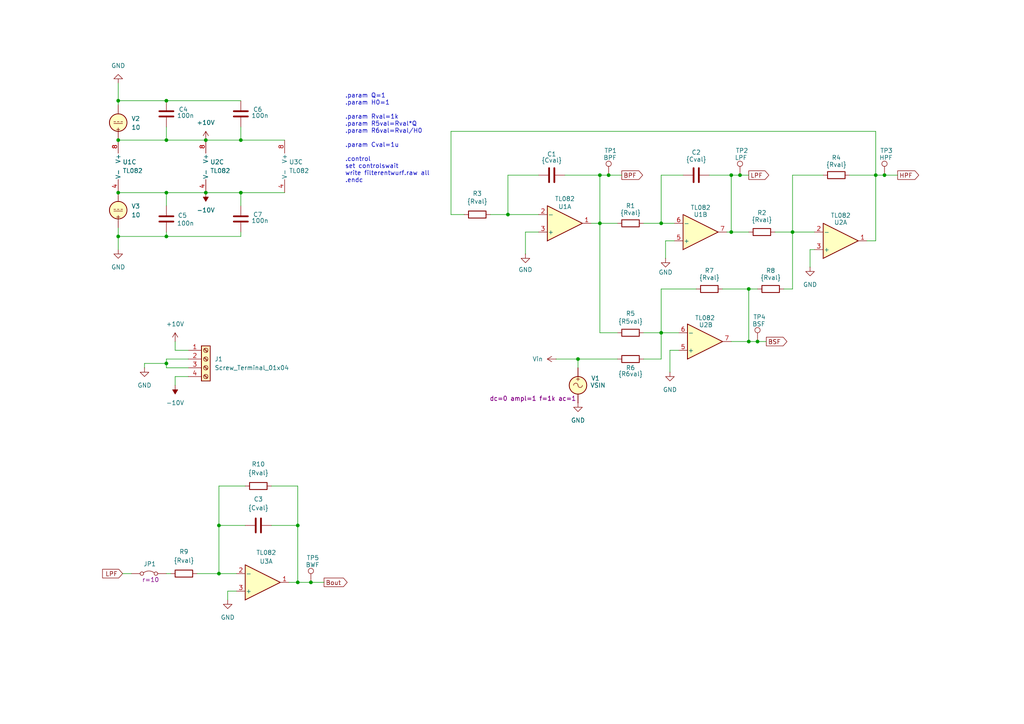
<source format=kicad_sch>
(kicad_sch (version 20250114) (generator "eeschema") (generator_version "9.0")
  (paper "A4")
  (lib_symbols
    (symbol "Amplifier_Operational:TL082" (pin_names (offset 0.127))
      (property "Reference" "U" (at 0 5.08 0))
      (property "Value" "TL082" (at 0 -5.08 0))
      (symbol "TL082_1_1"
        (polyline (pts (xy -5.08 5.08) (xy 5.08 0) (xy -5.08 -5.08) (xy -5.08 5.08)) (stroke (width 0.254)) (fill (type background)))
        (pin input line (at -7.62 2.54 0) (length 2.54) (name "+") (number "3"))
        (pin input line (at -7.62 -2.54 0) (length 2.54) (name "-") (number "2"))
        (pin output line (at 7.62 0 180) (length 2.54) (name "~") (number "1"))
      )
      (symbol "TL082_2_1"
        (polyline (pts (xy -5.08 5.08) (xy 5.08 0) (xy -5.08 -5.08) (xy -5.08 5.08)) (stroke (width 0.254)) (fill (type background)))
        (pin input line (at -7.62 2.54 0) (length 2.54) (name "+") (number "5"))
        (pin input line (at -7.62 -2.54 0) (length 2.54) (name "-") (number "6"))
        (pin output line (at 7.62 0 180) (length 2.54) (name "~") (number "7"))
      )
      (symbol "TL082_3_1"
        (pin power_in line (at -2.54 7.62 270) (length 3.81) (name "V+") (number "8"))
        (pin power_in line (at -2.54 -7.62 90) (length 3.81) (name "V-") (number "4"))
      )
    )
    (symbol "Connector:Screw_Terminal_01x04" (pin_names (offset 1.016) (hide yes))
      (property "Reference" "J" (at 0 5.08 0))
      (property "Value" "Screw_Terminal_01x04" (at 0 -7.62 0))
      (symbol "Screw_Terminal_01x04_1_1"
        (rectangle (start -1.27 3.81) (end 1.27 -6.35) (stroke (width 0.254)) (fill (type background)))
        (polyline (pts (xy -0.5334 2.8702) (xy 0.3302 2.032)) (stroke (width 0.1524)))
        (polyline (pts (xy -0.5334 0.3302) (xy 0.3302 -0.508)) (stroke (width 0.1524)))
        (polyline (pts (xy -0.5334 -2.2098) (xy 0.3302 -3.048)) (stroke (width 0.1524)))
        (polyline (pts (xy -0.5334 -4.7498) (xy 0.3302 -5.588)) (stroke (width 0.1524)))
        (polyline (pts (xy -0.3556 3.048) (xy 0.508 2.2098)) (stroke (width 0.1524)))
        (polyline (pts (xy -0.3556 0.508) (xy 0.508 -0.3302)) (stroke (width 0.1524)))
        (polyline (pts (xy -0.3556 -2.032) (xy 0.508 -2.8702)) (stroke (width 0.1524)))
        (polyline (pts (xy -0.3556 -4.572) (xy 0.508 -5.4102)) (stroke (width 0.1524)))
        (circle (center 0 2.54) (radius 0.635) (stroke (width 0.1524)))
        (circle (center 0 0) (radius 0.635) (stroke (width 0.1524)))
        (circle (center 0 -2.54) (radius 0.635) (stroke (width 0.1524)))
        (circle (center 0 -5.08) (radius 0.635) (stroke (width 0.1524)))
        (pin passive line (at -5.08 2.54 0) (length 3.81) (name "Pin_1") (number "1"))
        (pin passive line (at -5.08 0 0) (length 3.81) (name "Pin_2") (number "2"))
        (pin passive line (at -5.08 -2.54 0) (length 3.81) (name "Pin_3") (number "3"))
        (pin passive line (at -5.08 -5.08 0) (length 3.81) (name "Pin_4") (number "4"))
      )
    )
    (symbol "Connector:TestPoint" (pin_numbers (hide yes)) (pin_names (offset 0.762) (hide yes))
      (property "Reference" "TP" (at 0 6.858 0))
      (property "Value" "TestPoint" (at 0 5.08 0))
      (symbol "TestPoint_0_1"
        (circle (center 0 3.302) (radius 0.762))
      )
      (symbol "TestPoint_1_1"
        (pin passive line (at 0 0 90) (length 2.54) (name "1") (number "1"))
      )
    )
    (symbol "Device:C" (pin_numbers (hide yes)) (pin_names (offset 0.254))
      (property "Reference" "C" (at 0.635 2.54 0))
      (property "Value" "C" (at 0.635 -2.54 0))
      (symbol "C_0_1"
        (polyline (pts (xy -2.032 0.762) (xy 2.032 0.762)) (stroke (width 0.508)))
        (polyline (pts (xy -2.032 -0.762) (xy 2.032 -0.762)) (stroke (width 0.508)))
      )
      (symbol "C_1_1"
        (pin passive line (at 0 3.81 270) (length 2.794) (name "~") (number "1"))
        (pin passive line (at 0 -3.81 90) (length 2.794) (name "~") (number "2"))
      )
    )
    (symbol "Device:R" (pin_numbers (hide yes)) (pin_names (offset 0))
      (property "Reference" "R" (at 2.032 0 90))
      (property "Value" "R" (at 0 0 90))
      (symbol "R_0_1"
        (rectangle (start -1.016 -2.54) (end 1.016 2.54) (stroke (width 0.254)))
      )
      (symbol "R_1_1"
        (pin passive line (at 0 3.81 270) (length 1.27) (name "~") (number "1"))
        (pin passive line (at 0 -3.81 90) (length 1.27) (name "~") (number "2"))
      )
    )
    (symbol "Jumper:Jumper_2_Bridged" (pin_numbers (hide yes)) (pin_names (offset 0) (hide yes))
      (property "Reference" "JP" (at 0 1.905 0))
      (property "Value" "Jumper_2_Bridged" (at 0 -2.54 0))
      (symbol "Jumper_2_Bridged_0_0"
        (circle (center -2.032 0) (radius 0.508))
        (circle (center 2.032 0) (radius 0.508))
      )
      (symbol "Jumper_2_Bridged_0_1"
        (arc (start -1.524 0.254) (mid 0 0.762) (end 1.524 0.254))
      )
      (symbol "Jumper_2_Bridged_1_1"
        (pin passive line (at -5.08 0 0) (length 2.54) (name "A") (number "1"))
        (pin passive line (at 5.08 0 180) (length 2.54) (name "B") (number "2"))
      )
    )
    (symbol "Simulation_SPICE:VDC" (pin_numbers (hide yes)) (pin_names (offset 0.0254))
      (property "Reference" "V" (at 2.54 2.54 0))
      (property "Value" "1" (at 2.54 0 0))
      (symbol "VDC_0_0"
        (polyline (pts (xy -1.27 0.254) (xy 1.27 0.254)))
        (polyline (pts (xy -0.762 -0.254) (xy -1.27 -0.254)))
        (polyline (pts (xy 0.254 -0.254) (xy -0.254 -0.254)))
        (polyline (pts (xy 1.27 -0.254) (xy 0.762 -0.254)))
        (text "+" (at 0 1.905 0) (effects (font (size 1.27 1.27))))
      )
      (symbol "VDC_0_1"
        (circle (center 0 0) (radius 2.54) (stroke (width 0.254)) (fill (type background)))
      )
      (symbol "VDC_1_1"
        (pin passive line (at 0 5.08 270) (length 2.54) (name "~") (number "1"))
        (pin passive line (at 0 -5.08 90) (length 2.54) (name "~") (number "2"))
      )
    )
    (symbol "Simulation_SPICE:VSIN" (pin_numbers (hide yes)) (pin_names (offset 0.0254))
      (property "Reference" "V" (at 2.54 2.54 0))
      (property "Value" "VSIN" (at 2.54 0 0))
      (property "Sim.Params" "dc=0 ampl=1 f=1k ac=1" (at 2.54 -2.54 0))
      (symbol "VSIN_0_0"
        (arc (start -1.27 0) (mid -0.635 0.6323) (end 0 0))
        (arc (start 1.27 0) (mid 0.635 -0.6323) (end 0 0))
        (text "+" (at 0 1.905 0) (effects (font (size 1.27 1.27))))
      )
      (symbol "VSIN_0_1"
        (circle (center 0 0) (radius 2.54) (stroke (width 0.254)) (fill (type background)))
      )
      (symbol "VSIN_1_1"
        (pin passive line (at 0 5.08 270) (length 2.54) (name "~") (number "1"))
        (pin passive line (at 0 -5.08 90) (length 2.54) (name "~") (number "2"))
      )
    )
    (symbol "power:+10V" (power) (pin_numbers (hide yes)) (pin_names (offset 0) (hide yes))
      (property "Value" "+10V" (at 0 3.556 0))
      (symbol "+10V_0_1"
        (polyline (pts (xy -0.762 1.27) (xy 0 2.54)))
        (polyline (pts (xy 0 2.54) (xy 0.762 1.27)))
        (polyline (pts (xy 0 0) (xy 0 2.54)))
      )
      (symbol "+10V_1_1"
        (pin power_in line (at 0 0 90) (length 0) (name "~") (number "1"))
      )
    )
    (symbol "power:-10V" (power) (pin_numbers (hide yes)) (pin_names (offset 0) (hide yes))
      (property "Value" "-10V" (at 0 3.556 0))
      (symbol "-10V_0_0"
        (pin power_in line (at 0 0 90) (length 0) (name "~") (number "1"))
      )
      (symbol "-10V_0_1"
        (polyline (pts (xy 0 0) (xy 0 1.27) (xy 0.762 1.27) (xy 0 2.54) (xy -0.762 1.27) (xy 0 1.27)) (fill (type outline)))
      )
    )
    (symbol "power:GND" (power) (pin_numbers (hide yes)) (pin_names (offset 0) (hide yes))
      (property "Value" "GND" (at 0 -3.81 0))
      (symbol "GND_0_1"
        (polyline (pts (xy 0 0) (xy 0 -1.27) (xy 1.27 -1.27) (xy 0 -2.54) (xy -1.27 -1.27) (xy 0 -1.27)))
      )
      (symbol "GND_1_1"
        (pin power_in line (at 0 0 270) (length 0) (name "~") (number "1"))
      )
    )
    (symbol "power:VAA" (power) (pin_numbers (hide yes)) (pin_names (offset 0) (hide yes))
      (property "Value" "VAA" (at 0 3.556 0))
      (symbol "VAA_0_1"
        (polyline (pts (xy -0.762 1.27) (xy 0 2.54)))
        (polyline (pts (xy 0 2.54) (xy 0.762 1.27)))
        (polyline (pts (xy 0 0) (xy 0 2.54)))
      )
      (symbol "VAA_1_1"
        (pin power_in line (at 0 0 90) (length 0) (name "~") (number "1"))
      )
    )
  )
  (text ".param Q=1\n.param H0=1\n\n.param Rval=1k\n.param R5val=Rval*Q\n.param R6val=Rval/H0\n\n.param Cval=1u\n\n.control \nset controlswait\nwrite filterentwurf.raw all\n.endc" (at 100.076 40.132 0) (effects (font (size 1.27 1.27)) (justify left)))
  (junction (at 212.09 50.8))
  (junction (at 48.26 29.21))
  (junction (at 173.99 50.8))
  (junction (at 147.32 62.23))
  (junction (at 229.87 67.31))
  (junction (at 34.29 68.58))
  (junction (at 59.69 40.64))
  (junction (at 48.26 68.58))
  (junction (at 191.77 96.52))
  (junction (at 63.5 166.37))
  (junction (at 167.64 104.14))
  (junction (at 212.09 67.31))
  (junction (at 86.36 168.91))
  (junction (at 217.17 99.06))
  (junction (at 173.99 64.77))
  (junction (at 256.54 50.8))
  (junction (at 90.17 168.91))
  (junction (at 48.26 40.64))
  (junction (at 34.29 55.88))
  (junction (at 59.69 55.88))
  (junction (at 48.26 105.41))
  (junction (at 219.71 99.06))
  (junction (at 217.17 83.82))
  (junction (at 191.77 64.77))
  (junction (at 176.53 50.8))
  (junction (at 254 50.8))
  (junction (at 34.29 29.21))
  (junction (at 63.5 152.4))
  (junction (at 34.29 40.64))
  (junction (at 69.85 40.64))
  (junction (at 69.85 55.88))
  (junction (at 214.63 50.8))
  (junction (at 86.36 152.4))
  (junction (at 48.26 55.88))
  (wire (pts (xy 173.99 64.77) (xy 179.07 64.77)))
  (wire (pts (xy 191.77 96.52) (xy 191.77 104.14)))
  (wire (pts (xy 196.85 101.6) (xy 194.31 101.6)))
  (wire (pts (xy 59.69 55.88) (xy 69.85 55.88)))
  (wire (pts (xy 227.33 83.82) (xy 229.87 83.82)))
  (wire (pts (xy 186.69 96.52) (xy 191.77 96.52)))
  (wire (pts (xy 86.36 152.4) (xy 86.36 168.91)))
  (wire (pts (xy 254 69.85) (xy 251.46 69.85)))
  (wire (pts (xy 163.83 50.8) (xy 173.99 50.8)))
  (wire (pts (xy 69.85 67.31) (xy 69.85 68.58)))
  (wire (pts (xy 212.09 67.31) (xy 210.82 67.31)))
  (wire (pts (xy 48.26 105.41) (xy 48.26 104.14)))
  (wire (pts (xy 260.35 50.8) (xy 256.54 50.8)))
  (wire (pts (xy 48.26 68.58) (xy 69.85 68.58)))
  (wire (pts (xy 214.63 50.8) (xy 217.17 50.8)))
  (wire (pts (xy 212.09 99.06) (xy 217.17 99.06)))
  (wire (pts (xy 57.15 166.37) (xy 63.5 166.37)))
  (wire (pts (xy 217.17 99.06) (xy 217.17 83.82)))
  (wire (pts (xy 63.5 152.4) (xy 71.12 152.4)))
  (wire (pts (xy 34.29 29.21) (xy 34.29 30.48)))
  (wire (pts (xy 69.85 55.88) (xy 82.55 55.88)))
  (wire (pts (xy 212.09 50.8) (xy 212.09 67.31)))
  (wire (pts (xy 50.8 101.6) (xy 54.61 101.6)))
  (wire (pts (xy 134.62 62.23) (xy 130.81 62.23)))
  (wire (pts (xy 34.29 24.13) (xy 34.29 29.21)))
  (wire (pts (xy 48.26 104.14) (xy 54.61 104.14)))
  (wire (pts (xy 71.12 140.97) (xy 63.5 140.97)))
  (wire (pts (xy 63.5 166.37) (xy 68.58 166.37)))
  (wire (pts (xy 191.77 83.82) (xy 201.93 83.82)))
  (wire (pts (xy 48.26 106.68) (xy 48.26 105.41)))
  (wire (pts (xy 34.29 72.39) (xy 34.29 68.58)))
  (wire (pts (xy 48.26 55.88) (xy 59.69 55.88)))
  (wire (pts (xy 48.26 40.64) (xy 59.69 40.64)))
  (wire (pts (xy 147.32 50.8) (xy 156.21 50.8)))
  (wire (pts (xy 224.79 67.31) (xy 229.87 67.31)))
  (wire (pts (xy 48.26 36.83) (xy 48.26 40.64)))
  (wire (pts (xy 69.85 40.64) (xy 82.55 40.64)))
  (wire (pts (xy 34.29 55.88) (xy 48.26 55.88)))
  (wire (pts (xy 186.69 104.14) (xy 191.77 104.14)))
  (wire (pts (xy 66.04 171.45) (xy 68.58 171.45)))
  (wire (pts (xy 59.69 40.64) (xy 69.85 40.64)))
  (wire (pts (xy 142.24 62.23) (xy 147.32 62.23)))
  (wire (pts (xy 209.55 83.82) (xy 217.17 83.82)))
  (wire (pts (xy 195.58 69.85) (xy 193.04 69.85)))
  (wire (pts (xy 173.99 50.8) (xy 173.99 64.77)))
  (wire (pts (xy 78.74 140.97) (xy 86.36 140.97)))
  (wire (pts (xy 194.31 101.6) (xy 194.31 107.95)))
  (wire (pts (xy 191.77 96.52) (xy 196.85 96.52)))
  (wire (pts (xy 219.71 99.06) (xy 222.25 99.06)))
  (wire (pts (xy 63.5 140.97) (xy 63.5 152.4)))
  (wire (pts (xy 48.26 68.58) (xy 48.26 67.31)))
  (wire (pts (xy 173.99 64.77) (xy 171.45 64.77)))
  (wire (pts (xy 167.64 104.14) (xy 179.07 104.14)))
  (wire (pts (xy 161.29 104.14) (xy 167.64 104.14)))
  (wire (pts (xy 229.87 67.31) (xy 229.87 50.8)))
  (wire (pts (xy 54.61 106.68) (xy 48.26 106.68)))
  (wire (pts (xy 254 50.8) (xy 254 69.85)))
  (wire (pts (xy 48.26 55.88) (xy 48.26 59.69)))
  (wire (pts (xy 78.74 152.4) (xy 86.36 152.4)))
  (wire (pts (xy 48.26 105.41) (xy 41.91 105.41)))
  (wire (pts (xy 205.74 50.8) (xy 212.09 50.8)))
  (wire (pts (xy 167.64 104.14) (xy 167.64 106.68)))
  (wire (pts (xy 191.77 64.77) (xy 195.58 64.77)))
  (wire (pts (xy 66.04 173.99) (xy 66.04 171.45)))
  (wire (pts (xy 173.99 50.8) (xy 176.53 50.8)))
  (wire (pts (xy 173.99 96.52) (xy 179.07 96.52)))
  (wire (pts (xy 236.22 72.39) (xy 234.95 72.39)))
  (wire (pts (xy 229.87 50.8) (xy 238.76 50.8)))
  (wire (pts (xy 41.91 105.41) (xy 41.91 106.68)))
  (wire (pts (xy 217.17 99.06) (xy 219.71 99.06)))
  (wire (pts (xy 69.85 36.83) (xy 69.85 40.64)))
  (wire (pts (xy 234.95 72.39) (xy 234.95 77.47)))
  (wire (pts (xy 130.81 38.1) (xy 254 38.1)))
  (wire (pts (xy 48.26 29.21) (xy 69.85 29.21)))
  (wire (pts (xy 34.29 40.64) (xy 48.26 40.64)))
  (wire (pts (xy 63.5 166.37) (xy 63.5 152.4)))
  (wire (pts (xy 48.26 166.37) (xy 49.53 166.37)))
  (wire (pts (xy 217.17 83.82) (xy 219.71 83.82)))
  (wire (pts (xy 34.29 68.58) (xy 34.29 66.04)))
  (wire (pts (xy 35.56 166.37) (xy 38.1 166.37)))
  (wire (pts (xy 256.54 50.8) (xy 254 50.8)))
  (wire (pts (xy 193.04 69.85) (xy 193.04 74.93)))
  (wire (pts (xy 212.09 67.31) (xy 217.17 67.31)))
  (wire (pts (xy 152.4 67.31) (xy 156.21 67.31)))
  (wire (pts (xy 212.09 50.8) (xy 214.63 50.8)))
  (wire (pts (xy 50.8 111.76) (xy 50.8 109.22)))
  (wire (pts (xy 191.77 96.52) (xy 191.77 83.82)))
  (wire (pts (xy 147.32 62.23) (xy 147.32 50.8)))
  (wire (pts (xy 152.4 73.66) (xy 152.4 67.31)))
  (wire (pts (xy 176.53 50.8) (xy 180.34 50.8)))
  (wire (pts (xy 229.87 67.31) (xy 236.22 67.31)))
  (wire (pts (xy 34.29 68.58) (xy 48.26 68.58)))
  (wire (pts (xy 50.8 109.22) (xy 54.61 109.22)))
  (wire (pts (xy 229.87 83.82) (xy 229.87 67.31)))
  (wire (pts (xy 34.29 29.21) (xy 48.26 29.21)))
  (wire (pts (xy 50.8 99.06) (xy 50.8 101.6)))
  (wire (pts (xy 130.81 62.23) (xy 130.81 38.1)))
  (wire (pts (xy 254 38.1) (xy 254 50.8)))
  (wire (pts (xy 191.77 64.77) (xy 191.77 50.8)))
  (wire (pts (xy 246.38 50.8) (xy 254 50.8)))
  (wire (pts (xy 173.99 64.77) (xy 173.99 96.52)))
  (wire (pts (xy 191.77 50.8) (xy 198.12 50.8)))
  (wire (pts (xy 156.21 62.23) (xy 147.32 62.23)))
  (wire (pts (xy 69.85 55.88) (xy 69.85 59.69)))
  (wire (pts (xy 86.36 140.97) (xy 86.36 152.4)))
  (wire (pts (xy 86.36 168.91) (xy 90.17 168.91)))
  (wire (pts (xy 186.69 64.77) (xy 191.77 64.77)))
  (wire (pts (xy 90.17 168.91) (xy 93.98 168.91)))
  (wire (pts (xy 86.36 168.91) (xy 83.82 168.91)))
  (global_label "Bout" (shape output) (at 93.98 168.91 0) (property "Intersheetrefs" "${INTERSHEET_REFS}" (effects (hide yes))))
  (global_label "BPF" (shape output) (at 180.34 50.8 0) (property "Intersheetrefs" "${INTERSHEET_REFS}" (effects (hide yes))))
  (global_label "LPF" (shape input) (at 35.56 166.37 180) (property "Intersheetrefs" "${INTERSHEET_REFS}" (effects (hide yes))))
  (global_label "BSF" (shape output) (at 222.25 99.06 0) (property "Intersheetrefs" "${INTERSHEET_REFS}" (effects (hide yes))))
  (global_label "HPF" (shape output) (at 260.35 50.8 0) (property "Intersheetrefs" "${INTERSHEET_REFS}" (effects (hide yes))))
  (global_label "LPF" (shape output) (at 217.17 50.8 0) (property "Intersheetrefs" "${INTERSHEET_REFS}" (effects (hide yes))))
  (symbol (lib_id "Device:C") (at 160.02 50.8 90) (unit 1)
    (property "Reference" "C1" (at 160.02 44.704 90))
    (property "Value" "{Cval}" (at 160.02 46.482 90))
    (property "Footprint" "Capacitor_THT:C_Disc_D5.0mm_W2.5mm_P5.00mm" (effects (hide yes)))
    (property "Description" "Unpolarized capacitor" (effects (hide yes)))
  )
  (symbol (lib_id "Connector:TestPoint") (at 214.63 50.8 0) (unit 1) (exclude_from_sim yes)
    (property "Reference" "TP2" (at 213.36 43.688 0) (effects (justify left)))
    (property "Value" "LPF" (at 213.106 45.72 0) (effects (justify left)))
    (property "Footprint" "000_Often_Used_Footprints:TestPoint" (effects (hide yes)))
    (property "Description" "test point" (effects (hide yes)))
  )
  (symbol (lib_id "Connector:TestPoint") (at 219.71 99.06 0) (unit 1) (exclude_from_sim yes)
    (property "Reference" "TP4" (at 218.44 91.948 0) (effects (justify left)))
    (property "Value" "BSF" (at 218.186 93.98 0) (effects (justify left)))
    (property "Footprint" "000_Often_Used_Footprints:TestPoint" (effects (hide yes)))
    (property "Description" "test point" (effects (hide yes)))
  )
  (symbol (lib_id "Device:C") (at 48.26 63.5 0) (unit 1)
    (property "Reference" "C5" (at 51.562 62.484 0) (effects (justify left)))
    (property "Value" "100n" (at 51.308 64.77 0) (effects (justify left)))
    (property "Footprint" "Capacitor_THT:C_Disc_D5.0mm_W2.5mm_P5.00mm" (effects (hide yes)))
    (property "Description" "Unpolarized capacitor" (effects (hide yes)))
  )
  (symbol (lib_id "power:+10V") (at 50.8 99.06 0) (unit 1)
    (property "Reference" "#PWR011" (effects (hide yes)))
    (property "Value" "+10V" (at 50.8 93.98 0))
    (property "Description" "Power symbol creates a global label with name \"+10V\"" (effects (hide yes)))
  )
  (symbol (lib_id "power:GND") (at 167.64 116.84 0) (unit 1)
    (property "Reference" "#PWR09" (effects (hide yes)))
    (property "Value" "GND" (at 167.64 121.92 0))
    (property "Description" "Power symbol creates a global label with name \"GND\" , ground" (effects (hide yes)))
  )
  (symbol (lib_id "power:GND") (at 194.31 107.95 0) (unit 1)
    (property "Reference" "#PWR04" (effects (hide yes)))
    (property "Value" "GND" (at 194.31 113.03 0))
    (property "Description" "Power symbol creates a global label with name \"GND\" , ground" (effects (hide yes)))
  )
  (symbol (lib_id "Device:R") (at 53.34 166.37 90) (unit 1)
    (property "Reference" "R9" (at 53.34 160.02 90))
    (property "Value" "{Rval}" (at 53.34 162.56 90))
    (property "Footprint" "Resistor_THT:R_Axial_DIN0309_L9.0mm_D3.2mm_P12.70mm_Horizontal" (effects (hide yes)))
    (property "Description" "Resistor" (effects (hide yes)))
  )
  (symbol (lib_id "Device:R") (at 182.88 64.77 90) (unit 1)
    (property "Reference" "R1" (at 182.88 59.69 90))
    (property "Value" "{Rval}" (at 182.88 61.722 90))
    (property "Footprint" "Resistor_THT:R_Axial_DIN0309_L9.0mm_D3.2mm_P12.70mm_Horizontal" (effects (hide yes)))
    (property "Description" "Resistor" (effects (hide yes)))
  )
  (symbol (lib_id "power:+10V") (at 59.69 40.64 0) (unit 1)
    (property "Reference" "#PWR08" (effects (hide yes)))
    (property "Value" "+10V" (at 59.69 35.56 0))
    (property "Description" "Power symbol creates a global label with name \"+10V\"" (effects (hide yes)))
  )
  (symbol (lib_id "power:-10V") (at 59.69 55.88 180) (unit 1)
    (property "Reference" "#PWR07" (effects (hide yes)))
    (property "Value" "-10V" (at 59.69 60.96 0))
    (property "Description" "Power symbol creates a global label with name \"-10V\"" (effects (hide yes)))
  )
  (symbol (lib_id "Device:R") (at 182.88 96.52 90) (unit 1)
    (property "Reference" "R5" (at 182.88 90.932 90))
    (property "Value" "{R5val}" (at 182.88 93.218 90))
    (property "Footprint" "Resistor_THT:R_Axial_DIN0309_L9.0mm_D3.2mm_P12.70mm_Horizontal" (effects (hide yes)))
    (property "Description" "Resistor" (effects (hide yes)))
  )
  (symbol (lib_id "Device:R") (at 74.93 140.97 90) (unit 1)
    (property "Reference" "R10" (at 74.93 134.62 90))
    (property "Value" "{Rval}" (at 74.93 137.16 90))
    (property "Footprint" "Resistor_THT:R_Axial_DIN0309_L9.0mm_D3.2mm_P12.70mm_Horizontal" (effects (hide yes)))
    (property "Description" "Resistor" (effects (hide yes)))
  )
  (symbol (lib_id "power:GND") (at 34.29 24.13 180) (unit 1)
    (property "Reference" "#PWR06" (effects (hide yes)))
    (property "Value" "GND" (at 34.29 19.05 0))
    (property "Description" "Power symbol creates a global label with name \"GND\" , ground" (effects (hide yes)))
  )
  (symbol (lib_id "power:GND") (at 152.4 73.66 0) (unit 1)
    (property "Reference" "#PWR01" (effects (hide yes)))
    (property "Value" "GND" (at 152.4 78.232 0))
    (property "Description" "Power symbol creates a global label with name \"GND\" , ground" (effects (hide yes)))
  )
  (symbol (lib_id "Device:R") (at 138.43 62.23 90) (unit 1)
    (property "Reference" "R3" (at 138.43 56.134 90))
    (property "Value" "{Rval}" (at 138.43 58.42 90))
    (property "Footprint" "Resistor_THT:R_Axial_DIN0309_L9.0mm_D3.2mm_P12.70mm_Horizontal" (effects (hide yes)))
    (property "Description" "Resistor" (effects (hide yes)))
  )
  (symbol (lib_id "Device:R") (at 205.74 83.82 90) (unit 1)
    (property "Reference" "R7" (at 205.74 78.486 90))
    (property "Value" "{Rval}" (at 205.74 80.518 90))
    (property "Footprint" "Resistor_THT:R_Axial_DIN0309_L9.0mm_D3.2mm_P12.70mm_Horizontal" (effects (hide yes)))
    (property "Description" "Resistor" (effects (hide yes)))
  )
  (symbol (lib_id "Amplifier_Operational:TL082") (at 62.23 48.26 0) (unit 3)
    (property "Reference" "U2" (at 60.96 46.9899 0) (effects (justify left)))
    (property "Value" "TL082" (at 60.96 49.5299 0) (effects (justify left)))
    (property "Footprint" "Package_DIP:CERDIP-8_W7.62mm_SideBrazed" (effects (hide yes)))
    (property "Datasheet" "http://www.ti.com/lit/ds/symlink/tl081.pdf" (effects (hide yes)))
    (property "Description" "Dual JFET-Input Operational Amplifiers, DIP-8/SOIC-8/SSOP-8" (effects (hide yes)))
    (property "Sim.Library" "TL082-dual.lib" (effects (hide yes)))
    (property "Sim.Name" "TL082-dual" (effects (hide yes)))
    (property "Sim.Device" "SUBCKT" (effects (hide yes)))
    (property "Sim.Pins" "1=1out 2=1in- 3=1in+ 4=vcc- 5=2in+ 6=2in- 7=2out 8=vcc+" (effects (hide yes)))
  )
  (symbol (lib_id "Device:R") (at 220.98 67.31 90) (unit 1)
    (property "Reference" "R2" (at 220.98 61.722 90))
    (property "Value" "{Rval}" (at 220.98 63.754 90))
    (property "Footprint" "Resistor_THT:R_Axial_DIN0309_L9.0mm_D3.2mm_P12.70mm_Horizontal" (effects (hide yes)))
    (property "Description" "Resistor" (effects (hide yes)))
  )
  (symbol (lib_id "Device:C") (at 69.85 33.02 0) (unit 1)
    (property "Reference" "C6" (at 73.406 31.75 0) (effects (justify left)))
    (property "Value" "100n" (at 72.898 33.528 0) (effects (justify left)))
    (property "Footprint" "Capacitor_THT:C_Disc_D5.0mm_W2.5mm_P5.00mm" (effects (hide yes)))
    (property "Description" "Unpolarized capacitor" (effects (hide yes)))
  )
  (symbol (lib_id "Amplifier_Operational:TL082") (at 163.83 64.77 0) (mirror x) (unit 1)
    (property "Reference" "U1" (at 163.83 59.944 0))
    (property "Value" "TL082" (at 163.83 57.658 0))
    (property "Footprint" "Package_DIP:CERDIP-8_W7.62mm_SideBrazed" (effects (hide yes)))
    (property "Datasheet" "http://www.ti.com/lit/ds/symlink/tl081.pdf" (effects (hide yes)))
    (property "Description" "Dual JFET-Input Operational Amplifiers, DIP-8/SOIC-8/SSOP-8" (effects (hide yes)))
    (property "Sim.Library" "TL082-dual.lib" (effects (hide yes)))
    (property "Sim.Name" "TL082-dual" (effects (hide yes)))
    (property "Sim.Device" "SUBCKT" (effects (hide yes)))
    (property "Sim.Pins" "1=1out 2=1in- 3=1in+ 4=vcc- 5=2in+ 6=2in- 7=2out 8=vcc+" (effects (hide yes)))
  )
  (symbol (lib_id "power:GND") (at 34.29 72.39 0) (unit 1)
    (property "Reference" "#PWR05" (effects (hide yes)))
    (property "Value" "GND" (at 34.29 77.47 0))
    (property "Description" "Power symbol creates a global label with name \"GND\" , ground" (effects (hide yes)))
  )
  (symbol (lib_id "Connector:TestPoint") (at 256.54 50.8 0) (unit 1) (exclude_from_sim yes)
    (property "Reference" "TP3" (at 255.27 43.688 0) (effects (justify left)))
    (property "Value" "HPF" (at 255.016 45.72 0) (effects (justify left)))
    (property "Footprint" "000_Often_Used_Footprints:TestPoint" (effects (hide yes)))
    (property "Description" "test point" (effects (hide yes)))
  )
  (symbol (lib_id "power:GND") (at 234.95 77.47 0) (unit 1)
    (property "Reference" "#PWR03" (effects (hide yes)))
    (property "Value" "GND" (at 234.95 82.55 0))
    (property "Description" "Power symbol creates a global label with name \"GND\" , ground" (effects (hide yes)))
  )
  (symbol (lib_id "Amplifier_Operational:TL082") (at 243.84 69.85 0) (mirror x) (unit 1)
    (property "Reference" "U2" (at 243.84 64.516 0))
    (property "Value" "TL082" (at 243.84 62.484 0))
    (property "Footprint" "Package_DIP:CERDIP-8_W7.62mm_SideBrazed" (effects (hide yes)))
    (property "Datasheet" "http://www.ti.com/lit/ds/symlink/tl081.pdf" (effects (hide yes)))
    (property "Description" "Dual JFET-Input Operational Amplifiers, DIP-8/SOIC-8/SSOP-8" (effects (hide yes)))
    (property "Sim.Library" "TL082-dual.lib" (effects (hide yes)))
    (property "Sim.Name" "TL082-dual" (effects (hide yes)))
    (property "Sim.Device" "SUBCKT" (effects (hide yes)))
    (property "Sim.Pins" "1=1out 2=1in- 3=1in+ 4=vcc- 5=2in+ 6=2in- 7=2out 8=vcc+" (effects (hide yes)))
  )
  (symbol (lib_id "power:GND") (at 66.04 173.99 0) (unit 1)
    (property "Reference" "#PWR014" (effects (hide yes)))
    (property "Value" "GND" (at 66.04 179.07 0))
    (property "Description" "Power symbol creates a global label with name \"GND\" , ground" (effects (hide yes)))
  )
  (symbol (lib_id "Device:R") (at 242.57 50.8 90) (unit 1)
    (property "Reference" "R4" (at 242.57 45.72 90))
    (property "Value" "{Rval}" (at 242.57 47.752 90))
    (property "Footprint" "Resistor_THT:R_Axial_DIN0309_L9.0mm_D3.2mm_P12.70mm_Horizontal" (effects (hide yes)))
    (property "Description" "Resistor" (effects (hide yes)))
  )
  (symbol (lib_id "Simulation_SPICE:VDC") (at 34.29 35.56 180) (unit 1) (on_board no)
    (property "Reference" "V2" (at 38.1 34.4197 0) (effects (justify right)))
    (property "Value" "10" (at 38.1 36.9597 0) (effects (justify right)))
    (property "Datasheet" "https://ngspice.sourceforge.io/docs/ngspice-html-manual/manual.xhtml#sec_Independent_Sources_for" (effects (hide yes)))
    (property "Description" "Voltage source, DC" (effects (hide yes)))
    (property "Sim.Pins" "1=+ 2=-" (effects (hide yes)))
    (property "Sim.Type" "DC" (effects (hide yes)))
    (property "Sim.Device" "V" (effects (hide yes)))
  )
  (symbol (lib_id "Jumper:Jumper_2_Bridged") (at 43.18 166.37 0) (unit 1)
    (property "Reference" "JP1" (at 43.434 163.576 0))
    (property "Value" "${SIM.PARAMS}" (effects (hide yes)))
    (property "Footprint" "Connector_PinHeader_2.54mm:PinHeader_1x02_P2.54mm_Vertical" (effects (hide yes)))
    (property "Description" "Jumper, 2-pole, closed/bridged" (effects (hide yes)))
    (property "Sim.Device" "R" (effects (hide yes)))
    (property "Sim.Pins" "1=+ 2=-" (effects (hide yes)))
    (property "Sim.Params" "r=10" (at 43.688 168.148 0))
  )
  (symbol (lib_id "Simulation_SPICE:VSIN") (at 167.64 111.76 0) (unit 1) (on_board no)
    (property "Reference" "V1" (at 171.45 109.728 0) (effects (justify left)))
    (property "Value" "VSIN" (at 171.196 111.76 0) (effects (justify left)))
    (property "Datasheet" "https://ngspice.sourceforge.io/docs/ngspice-html-manual/manual.xhtml#sec_Independent_Sources_for" (effects (hide yes)))
    (property "Description" "Voltage source, sinusoidal" (effects (hide yes)))
    (property "Sim.Pins" "1=+ 2=-" (effects (hide yes)))
    (property "Sim.Params" "dc=0 ampl=1 f=1k ac=1" (at 141.986 115.57 0) (effects (justify left)))
    (property "Sim.Type" "SIN" (effects (hide yes)))
    (property "Sim.Device" "V" (effects (hide yes)))
  )
  (symbol (lib_id "power:GND") (at 41.91 106.68 0) (unit 1)
    (property "Reference" "#PWR013" (effects (hide yes)))
    (property "Value" "GND" (at 41.91 111.76 0))
    (property "Description" "Power symbol creates a global label with name \"GND\" , ground" (effects (hide yes)))
  )
  (symbol (lib_id "Device:C") (at 201.93 50.8 90) (unit 1)
    (property "Reference" "C2" (at 201.93 44.196 90))
    (property "Value" "{Cval}" (at 201.93 46.228 90))
    (property "Footprint" "Capacitor_THT:C_Disc_D5.0mm_W2.5mm_P5.00mm" (effects (hide yes)))
    (property "Description" "Unpolarized capacitor" (effects (hide yes)))
  )
  (symbol (lib_id "Amplifier_Operational:TL082") (at 203.2 67.31 0) (mirror x) (unit 2)
    (property "Reference" "U1" (at 203.2 62.23 0))
    (property "Value" "TL082" (at 203.2 60.198 0))
    (property "Footprint" "Package_DIP:CERDIP-8_W7.62mm_SideBrazed" (effects (hide yes)))
    (property "Datasheet" "http://www.ti.com/lit/ds/symlink/tl081.pdf" (effects (hide yes)))
    (property "Description" "Dual JFET-Input Operational Amplifiers, DIP-8/SOIC-8/SSOP-8" (effects (hide yes)))
    (property "Sim.Library" "TL082-dual.lib" (effects (hide yes)))
    (property "Sim.Name" "TL082-dual" (effects (hide yes)))
    (property "Sim.Device" "SUBCKT" (effects (hide yes)))
    (property "Sim.Pins" "1=1out 2=1in- 3=1in+ 4=vcc- 5=2in+ 6=2in- 7=2out 8=vcc+" (effects (hide yes)))
  )
  (symbol (lib_id "Device:C") (at 69.85 63.5 0) (unit 1)
    (property "Reference" "C7" (at 73.406 62.23 0) (effects (justify left)))
    (property "Value" "100n" (at 72.898 64.008 0) (effects (justify left)))
    (property "Footprint" "Capacitor_THT:C_Disc_D5.0mm_W2.5mm_P5.00mm" (effects (hide yes)))
    (property "Description" "Unpolarized capacitor" (effects (hide yes)))
  )
  (symbol (lib_id "Amplifier_Operational:TL082") (at 85.09 48.26 0) (unit 3)
    (property "Reference" "U3" (at 83.82 46.9899 0) (effects (justify left)))
    (property "Value" "TL082" (at 83.82 49.5299 0) (effects (justify left)))
    (property "Footprint" "Package_DIP:CERDIP-8_W7.62mm_SideBrazed" (effects (hide yes)))
    (property "Datasheet" "http://www.ti.com/lit/ds/symlink/tl081.pdf" (effects (hide yes)))
    (property "Description" "Dual JFET-Input Operational Amplifiers, DIP-8/SOIC-8/SSOP-8" (effects (hide yes)))
    (property "Sim.Library" "TL082-dual.lib" (effects (hide yes)))
    (property "Sim.Name" "TL082-dual" (effects (hide yes)))
    (property "Sim.Device" "SUBCKT" (effects (hide yes)))
    (property "Sim.Pins" "1=1out 2=1in- 3=1in+ 4=vcc- 5=2in+ 6=2in- 7=2out 8=vcc+" (effects (hide yes)))
  )
  (symbol (lib_id "Connector:Screw_Terminal_01x04") (at 59.69 104.14 0) (unit 1) (exclude_from_sim yes)
    (property "Reference" "J1" (at 62.23 104.1399 0) (effects (justify left)))
    (property "Value" "Screw_Terminal_01x04" (at 62.23 106.6799 0) (effects (justify left)))
    (property "Footprint" "TerminalBlock_Phoenix:TerminalBlock_Phoenix_PT-1,5-4-5.0-H_1x04_P5.00mm_Horizontal" (effects (hide yes)))
    (property "Description" "Generic screw terminal, single row, 01x04, script generated (kicad-library-utils/schlib/autogen/connector/)" (effects (hide yes)))
  )
  (symbol (lib_id "power:VAA") (at 161.29 104.14 90) (unit 1) (exclude_from_sim yes)
    (property "Reference" "#PWR010" (effects (hide yes)))
    (property "Value" "Vin" (at 157.48 104.1399 90) (effects (justify left)))
    (property "Description" "Power symbol creates a global label with name \"VAA\"" (effects (hide yes)))
  )
  (symbol (lib_id "Amplifier_Operational:TL082") (at 36.83 48.26 0) (unit 3)
    (property "Reference" "U1" (at 35.56 46.9899 0) (effects (justify left)))
    (property "Value" "TL082" (at 35.56 49.5299 0) (effects (justify left)))
    (property "Footprint" "Package_DIP:CERDIP-8_W7.62mm_SideBrazed" (effects (hide yes)))
    (property "Datasheet" "http://www.ti.com/lit/ds/symlink/tl081.pdf" (effects (hide yes)))
    (property "Description" "Dual JFET-Input Operational Amplifiers, DIP-8/SOIC-8/SSOP-8" (effects (hide yes)))
    (property "Sim.Library" "TL082-dual.lib" (effects (hide yes)))
    (property "Sim.Name" "TL082-dual" (effects (hide yes)))
    (property "Sim.Device" "SUBCKT" (effects (hide yes)))
    (property "Sim.Pins" "1=1out 2=1in- 3=1in+ 4=vcc- 5=2in+ 6=2in- 7=2out 8=vcc+" (effects (hide yes)))
  )
  (symbol (lib_id "Connector:TestPoint") (at 176.53 50.8 0) (unit 1) (exclude_from_sim yes)
    (property "Reference" "TP1" (at 175.26 43.688 0) (effects (justify left)))
    (property "Value" "BPF" (at 175.006 45.72 0) (effects (justify left)))
    (property "Footprint" "000_Often_Used_Footprints:TestPoint" (effects (hide yes)))
    (property "Description" "test point" (effects (hide yes)))
  )
  (symbol (lib_id "Amplifier_Operational:TL082") (at 76.2 168.91 0) (mirror x) (unit 1)
    (property "Reference" "U3" (at 77.216 162.814 0))
    (property "Value" "TL082" (at 77.216 160.274 0))
    (property "Footprint" "Package_DIP:CERDIP-8_W7.62mm_SideBrazed" (effects (hide yes)))
    (property "Datasheet" "http://www.ti.com/lit/ds/symlink/tl081.pdf" (effects (hide yes)))
    (property "Description" "Dual JFET-Input Operational Amplifiers, DIP-8/SOIC-8/SSOP-8" (effects (hide yes)))
    (property "Sim.Library" "TL082-dual.lib" (effects (hide yes)))
    (property "Sim.Name" "TL082-dual" (effects (hide yes)))
    (property "Sim.Device" "SUBCKT" (effects (hide yes)))
    (property "Sim.Pins" "1=1out 2=1in- 3=1in+ 4=vcc- 5=2in+ 6=2in- 7=2out 8=vcc+" (effects (hide yes)))
  )
  (symbol (lib_id "Device:C") (at 48.26 33.02 0) (unit 1)
    (property "Reference" "C4" (at 51.816 31.75 0) (effects (justify left)))
    (property "Value" "100n" (at 51.308 33.528 0) (effects (justify left)))
    (property "Footprint" "Capacitor_THT:C_Disc_D5.0mm_W2.5mm_P5.00mm" (effects (hide yes)))
    (property "Description" "Unpolarized capacitor" (effects (hide yes)))
  )
  (symbol (lib_id "Device:C") (at 74.93 152.4 270) (unit 1)
    (property "Reference" "C3" (at 74.93 144.78 90))
    (property "Value" "{Cval}" (at 74.93 147.32 90))
    (property "Footprint" "Capacitor_THT:C_Disc_D5.0mm_W2.5mm_P5.00mm" (effects (hide yes)))
    (property "Description" "Unpolarized capacitor" (effects (hide yes)))
  )
  (symbol (lib_id "Connector:TestPoint") (at 90.17 168.91 0) (unit 1) (exclude_from_sim yes)
    (property "Reference" "TP5" (at 88.9 161.798 0) (effects (justify left)))
    (property "Value" "BWF" (at 88.646 163.83 0) (effects (justify left)))
    (property "Footprint" "000_Often_Used_Footprints:TestPoint" (effects (hide yes)))
    (property "Description" "test point" (effects (hide yes)))
  )
  (symbol (lib_id "Device:R") (at 223.52 83.82 90) (unit 1)
    (property "Reference" "R8" (at 223.52 78.486 90))
    (property "Value" "{Rval}" (at 223.52 80.518 90))
    (property "Footprint" "Resistor_THT:R_Axial_DIN0309_L9.0mm_D3.2mm_P12.70mm_Horizontal" (effects (hide yes)))
    (property "Description" "Resistor" (effects (hide yes)))
  )
  (symbol (lib_id "power:GND") (at 193.04 74.93 0) (unit 1)
    (property "Reference" "#PWR02" (effects (hide yes)))
    (property "Value" "GND" (at 193.04 78.994 0))
    (property "Description" "Power symbol creates a global label with name \"GND\" , ground" (effects (hide yes)))
  )
  (symbol (lib_id "Device:R") (at 182.88 104.14 90) (unit 1)
    (property "Reference" "R6" (at 182.88 106.68 90))
    (property "Value" "{R6val}" (at 182.88 108.458 90))
    (property "Footprint" "Resistor_THT:R_Axial_DIN0309_L9.0mm_D3.2mm_P12.70mm_Horizontal" (effects (hide yes)))
    (property "Description" "Resistor" (effects (hide yes)))
  )
  (symbol (lib_id "Amplifier_Operational:TL082") (at 204.47 99.06 0) (mirror x) (unit 2)
    (property "Reference" "U2" (at 204.724 94.234 0))
    (property "Value" "TL082" (at 204.47 92.202 0))
    (property "Footprint" "Package_DIP:CERDIP-8_W7.62mm_SideBrazed" (effects (hide yes)))
    (property "Datasheet" "http://www.ti.com/lit/ds/symlink/tl081.pdf" (effects (hide yes)))
    (property "Description" "Dual JFET-Input Operational Amplifiers, DIP-8/SOIC-8/SSOP-8" (effects (hide yes)))
    (property "Sim.Library" "TL082-dual.lib" (effects (hide yes)))
    (property "Sim.Name" "TL082-dual" (effects (hide yes)))
    (property "Sim.Device" "SUBCKT" (effects (hide yes)))
    (property "Sim.Pins" "1=1out 2=1in- 3=1in+ 4=vcc- 5=2in+ 6=2in- 7=2out 8=vcc+" (effects (hide yes)))
  )
  (symbol (lib_id "Simulation_SPICE:VDC") (at 34.29 60.96 180) (unit 1) (on_board no)
    (property "Reference" "V3" (at 38.1 59.8197 0) (effects (justify right)))
    (property "Value" "10" (at 38.1 62.3597 0) (effects (justify right)))
    (property "Datasheet" "https://ngspice.sourceforge.io/docs/ngspice-html-manual/manual.xhtml#sec_Independent_Sources_for" (effects (hide yes)))
    (property "Description" "Voltage source, DC" (effects (hide yes)))
    (property "Sim.Pins" "1=+ 2=-" (effects (hide yes)))
    (property "Sim.Type" "DC" (effects (hide yes)))
    (property "Sim.Device" "V" (effects (hide yes)))
  )
  (symbol (lib_id "power:-10V") (at 50.8 111.76 180) (unit 1)
    (property "Reference" "#PWR012" (effects (hide yes)))
    (property "Value" "-10V" (at 50.8 116.84 0))
    (property "Description" "Power symbol creates a global label with name \"-10V\"" (effects (hide yes)))
  )
)
</source>
